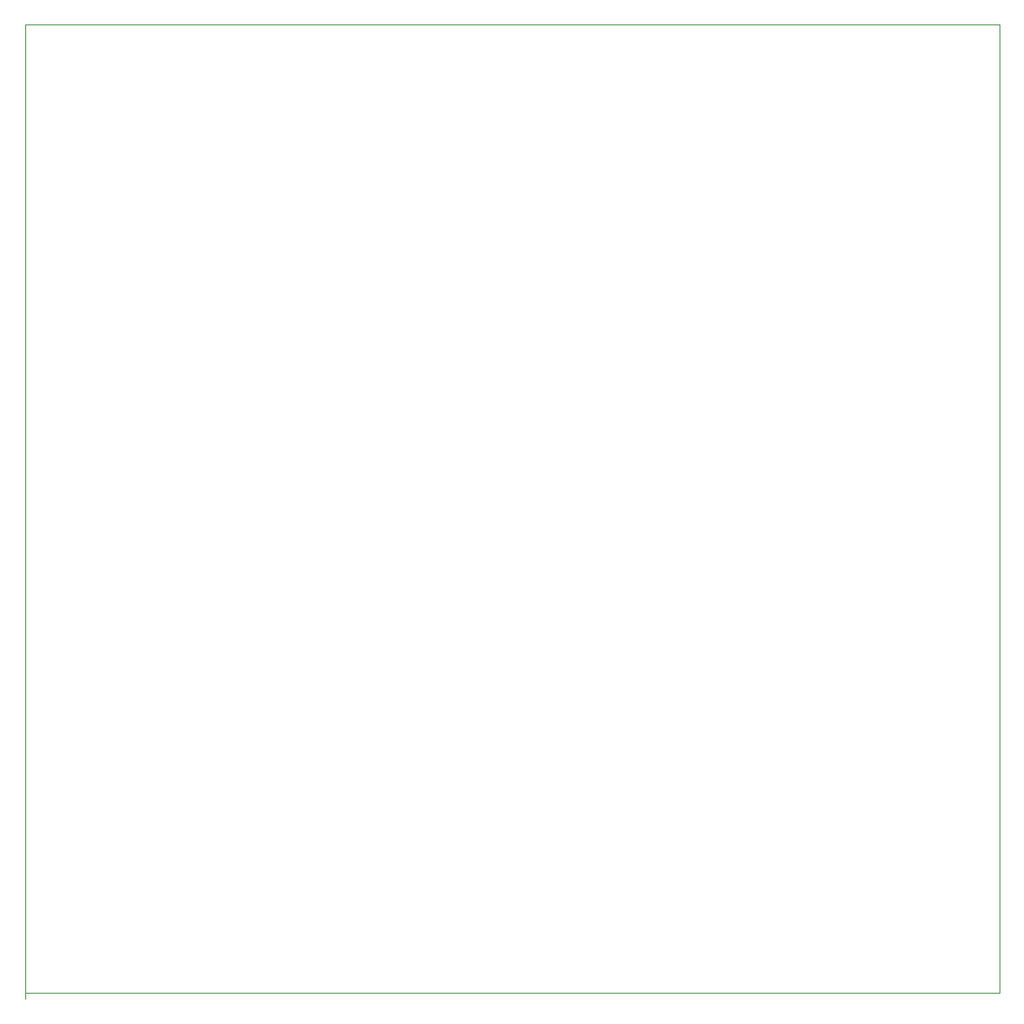
<source format=gbr>
G04 (created by PCBNEW (2013-07-07 BZR 4022)-stable) date 01/10/2013 09:14:18*
%MOIN*%
G04 Gerber Fmt 3.4, Leading zero omitted, Abs format*
%FSLAX34Y34*%
G01*
G70*
G90*
G04 APERTURE LIST*
%ADD10C,0.00590551*%
%ADD11C,0.00393701*%
G04 APERTURE END LIST*
G54D10*
G54D11*
X82250Y-62750D02*
X82250Y-24500D01*
X43750Y-63000D02*
X43750Y-24500D01*
X82250Y-62750D02*
X43750Y-62750D01*
X43750Y-24500D02*
X82250Y-24500D01*
M02*

</source>
